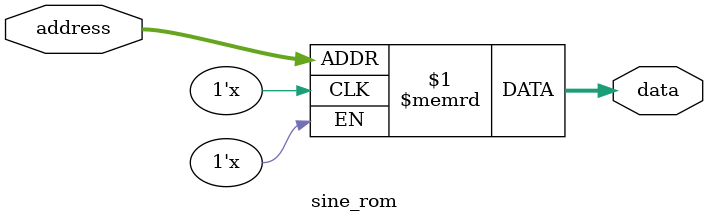
<source format=v>
module sine_rom (
    input wire [5:0] address,
    output wire [7:0] data
);

// Declare the ROM array and apply synthesis attributes
(* romstyle = "M9K" *) (* ram_init_file = "sine.mif" *) reg [7:0] LUT[0:63];

assign data = LUT[address];

endmodule

</source>
